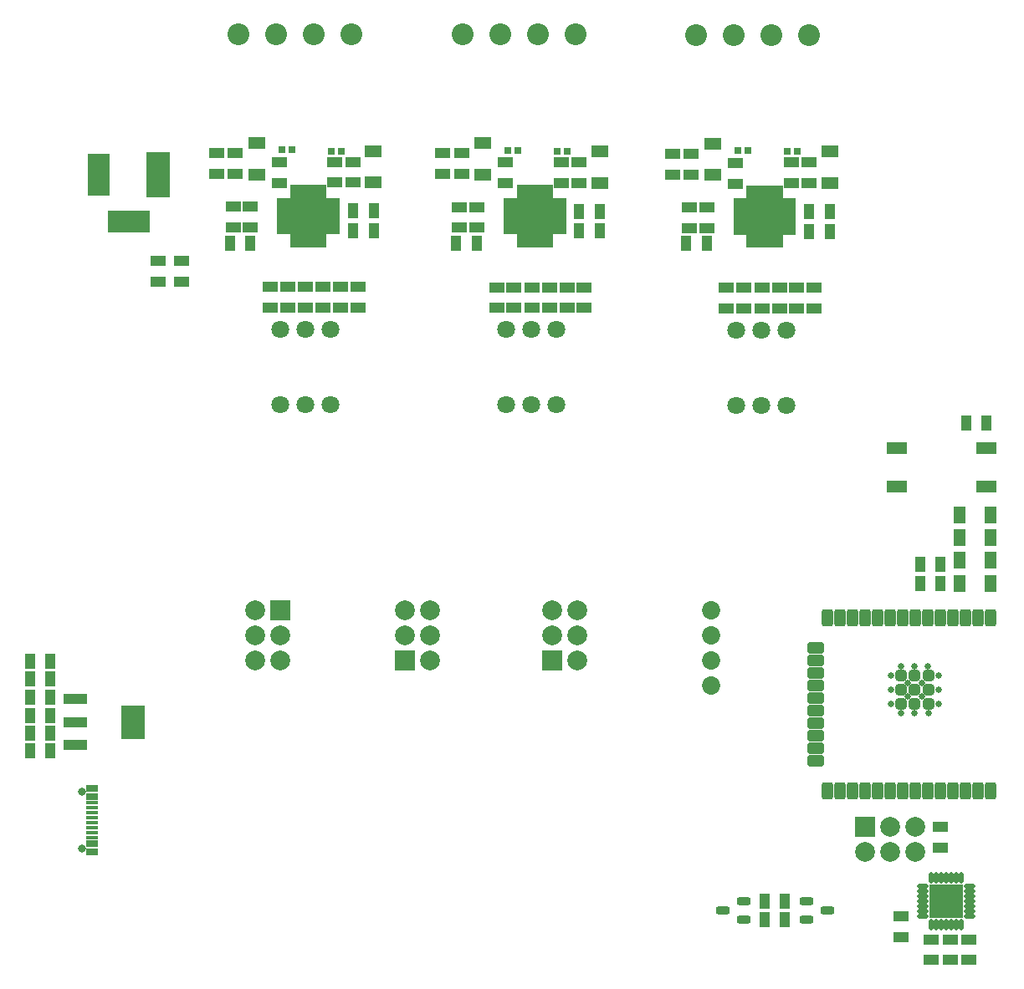
<source format=gts>
G04*
G04 #@! TF.GenerationSoftware,Altium Limited,Altium Designer,22.11.1 (43)*
G04*
G04 Layer_Color=8388736*
%FSLAX25Y25*%
%MOIN*%
G70*
G04*
G04 #@! TF.SameCoordinates,EC01C676-AF26-4C78-A894-FF1C61784DD5*
G04*
G04*
G04 #@! TF.FilePolarity,Negative*
G04*
G01*
G75*
%ADD33R,0.04882X0.02756*%
%ADD34R,0.04882X0.01575*%
G04:AMPARAMS|DCode=35|XSize=56.42mil|YSize=31.23mil|CornerRadius=9.81mil|HoleSize=0mil|Usage=FLASHONLY|Rotation=0.000|XOffset=0mil|YOffset=0mil|HoleType=Round|Shape=RoundedRectangle|*
%AMROUNDEDRECTD35*
21,1,0.05642,0.01161,0,0,0.0*
21,1,0.03681,0.03123,0,0,0.0*
1,1,0.01961,0.01841,-0.00581*
1,1,0.01961,-0.01841,-0.00581*
1,1,0.01961,-0.01841,0.00581*
1,1,0.01961,0.01841,0.00581*
%
%ADD35ROUNDEDRECTD35*%
%ADD36R,0.09265X0.13398*%
%ADD37R,0.09265X0.04343*%
%ADD38R,0.08280X0.04737*%
G04:AMPARAMS|DCode=39|XSize=43.43mil|YSize=43.43mil|CornerRadius=8.43mil|HoleSize=0mil|Usage=FLASHONLY|Rotation=270.000|XOffset=0mil|YOffset=0mil|HoleType=Round|Shape=RoundedRectangle|*
%AMROUNDEDRECTD39*
21,1,0.04343,0.02657,0,0,270.0*
21,1,0.02657,0.04343,0,0,270.0*
1,1,0.01686,-0.01329,-0.01329*
1,1,0.01686,-0.01329,0.01329*
1,1,0.01686,0.01329,0.01329*
1,1,0.01686,0.01329,-0.01329*
%
%ADD39ROUNDEDRECTD39*%
G04:AMPARAMS|DCode=40|XSize=67.06mil|YSize=43.43mil|CornerRadius=8.43mil|HoleSize=0mil|Usage=FLASHONLY|Rotation=270.000|XOffset=0mil|YOffset=0mil|HoleType=Round|Shape=RoundedRectangle|*
%AMROUNDEDRECTD40*
21,1,0.06706,0.02657,0,0,270.0*
21,1,0.05020,0.04343,0,0,270.0*
1,1,0.01686,-0.01329,-0.02510*
1,1,0.01686,-0.01329,0.02510*
1,1,0.01686,0.01329,0.02510*
1,1,0.01686,0.01329,-0.02510*
%
%ADD40ROUNDEDRECTD40*%
G04:AMPARAMS|DCode=41|XSize=43.43mil|YSize=67.06mil|CornerRadius=8.43mil|HoleSize=0mil|Usage=FLASHONLY|Rotation=270.000|XOffset=0mil|YOffset=0mil|HoleType=Round|Shape=RoundedRectangle|*
%AMROUNDEDRECTD41*
21,1,0.04343,0.05020,0,0,270.0*
21,1,0.02657,0.06706,0,0,270.0*
1,1,0.01686,-0.02510,-0.01329*
1,1,0.01686,-0.02510,0.01329*
1,1,0.01686,0.02510,0.01329*
1,1,0.01686,0.02510,-0.01329*
%
%ADD41ROUNDEDRECTD41*%
%ADD42R,0.13202X0.13202*%
G04:AMPARAMS|DCode=43|XSize=18.24mil|YSize=46.19mil|CornerRadius=6.56mil|HoleSize=0mil|Usage=FLASHONLY|Rotation=0.000|XOffset=0mil|YOffset=0mil|HoleType=Round|Shape=RoundedRectangle|*
%AMROUNDEDRECTD43*
21,1,0.01824,0.03307,0,0,0.0*
21,1,0.00512,0.04619,0,0,0.0*
1,1,0.01312,0.00256,-0.01654*
1,1,0.01312,-0.00256,-0.01654*
1,1,0.01312,-0.00256,0.01654*
1,1,0.01312,0.00256,0.01654*
%
%ADD43ROUNDEDRECTD43*%
G04:AMPARAMS|DCode=44|XSize=18.24mil|YSize=46.19mil|CornerRadius=6.56mil|HoleSize=0mil|Usage=FLASHONLY|Rotation=270.000|XOffset=0mil|YOffset=0mil|HoleType=Round|Shape=RoundedRectangle|*
%AMROUNDEDRECTD44*
21,1,0.01824,0.03307,0,0,270.0*
21,1,0.00512,0.04619,0,0,270.0*
1,1,0.01312,-0.01654,-0.00256*
1,1,0.01312,-0.01654,0.00256*
1,1,0.01312,0.01654,0.00256*
1,1,0.01312,0.01654,-0.00256*
%
%ADD44ROUNDEDRECTD44*%
%ADD45R,0.13976X0.13976*%
%ADD46R,0.02756X0.06102*%
%ADD47R,0.06102X0.02756*%
%ADD48R,0.04737X0.07099*%
%ADD49R,0.04343X0.05918*%
%ADD50R,0.02769X0.03162*%
%ADD51R,0.05918X0.04343*%
%ADD52R,0.07099X0.04737*%
%ADD53C,0.08674*%
%ADD54C,0.03162*%
%ADD55C,0.07296*%
%ADD56C,0.07887*%
%ADD57R,0.07887X0.07887*%
%ADD58R,0.08674X0.16548*%
%ADD59R,0.09461X0.18123*%
%ADD60R,0.16548X0.08674*%
%ADD61C,0.07099*%
%ADD62R,0.07887X0.07887*%
%ADD63C,0.02572*%
D33*
X30250Y77798D02*
D03*
Y74649D02*
D03*
Y55751D02*
D03*
Y52602D02*
D03*
D34*
Y66184D02*
D03*
Y68153D02*
D03*
Y70121D02*
D03*
Y72090D02*
D03*
Y64216D02*
D03*
Y62247D02*
D03*
Y60279D02*
D03*
Y58310D02*
D03*
D35*
X323282Y29254D02*
D03*
X314935Y25514D02*
D03*
Y32994D02*
D03*
X289882Y25514D02*
D03*
Y32994D02*
D03*
X281535Y29254D02*
D03*
D36*
X46484Y104300D02*
D03*
D37*
X23453Y95245D02*
D03*
Y104300D02*
D03*
Y113355D02*
D03*
D38*
X350795Y213554D02*
D03*
X386621D02*
D03*
X350795Y198200D02*
D03*
X386621D02*
D03*
D39*
X357888Y117188D02*
D03*
X352376Y111676D02*
D03*
Y117188D02*
D03*
Y122700D02*
D03*
X357888Y111676D02*
D03*
Y122700D02*
D03*
X363400Y111676D02*
D03*
Y117188D02*
D03*
Y122700D02*
D03*
D40*
X388282Y145731D02*
D03*
X383282D02*
D03*
X378282D02*
D03*
X373282D02*
D03*
X368282D02*
D03*
X363282D02*
D03*
X358282D02*
D03*
X353282D02*
D03*
X348282D02*
D03*
X343282D02*
D03*
X338282D02*
D03*
X333282D02*
D03*
X328282D02*
D03*
X323282D02*
D03*
Y76834D02*
D03*
X328282D02*
D03*
X333282D02*
D03*
X338282D02*
D03*
X343282D02*
D03*
X348282D02*
D03*
X353282D02*
D03*
X358282D02*
D03*
X363282D02*
D03*
X368282D02*
D03*
X373282D02*
D03*
X378282D02*
D03*
X383282D02*
D03*
X388282D02*
D03*
D41*
X318361Y128783D02*
D03*
Y123783D02*
D03*
Y118783D02*
D03*
Y113783D02*
D03*
Y108783D02*
D03*
Y103783D02*
D03*
Y98783D02*
D03*
Y93783D02*
D03*
Y88783D02*
D03*
Y133783D02*
D03*
D42*
X370450Y32793D02*
D03*
D43*
X364545Y42124D02*
D03*
X366513D02*
D03*
X368482D02*
D03*
X370450D02*
D03*
X372419D02*
D03*
X374387D02*
D03*
X376356D02*
D03*
Y23463D02*
D03*
X374387D02*
D03*
X372419D02*
D03*
X370450D02*
D03*
X368482D02*
D03*
X366513D02*
D03*
X364545D02*
D03*
D44*
X379781Y38699D02*
D03*
Y36730D02*
D03*
Y34762D02*
D03*
Y32793D02*
D03*
Y30825D02*
D03*
Y28856D02*
D03*
Y26888D02*
D03*
X361120D02*
D03*
Y28856D02*
D03*
Y30825D02*
D03*
Y32793D02*
D03*
Y34762D02*
D03*
Y36730D02*
D03*
Y38699D02*
D03*
D45*
X206551Y306047D02*
D03*
X116400Y306094D02*
D03*
X298151Y305847D02*
D03*
D46*
X212457Y315496D02*
D03*
X210488D02*
D03*
X208520D02*
D03*
X206551D02*
D03*
X204583D02*
D03*
X202614D02*
D03*
X200646D02*
D03*
X212457Y296598D02*
D03*
X210488D02*
D03*
X208520D02*
D03*
X206551D02*
D03*
X204583D02*
D03*
X202614D02*
D03*
X200646D02*
D03*
X110494Y296645D02*
D03*
X112463D02*
D03*
X114432D02*
D03*
X116400D02*
D03*
X118368D02*
D03*
X120337D02*
D03*
X122306D02*
D03*
X110494Y315543D02*
D03*
X112463D02*
D03*
X114432D02*
D03*
X116400D02*
D03*
X118368D02*
D03*
X120337D02*
D03*
X122306D02*
D03*
X304057Y315296D02*
D03*
X302088D02*
D03*
X300120D02*
D03*
X298151D02*
D03*
X296183D02*
D03*
X294214D02*
D03*
X292246D02*
D03*
X304057Y296398D02*
D03*
X302088D02*
D03*
X300120D02*
D03*
X298151D02*
D03*
X296183D02*
D03*
X294214D02*
D03*
X292246D02*
D03*
D47*
X216000Y311952D02*
D03*
Y309984D02*
D03*
Y308015D02*
D03*
Y306047D02*
D03*
Y304078D02*
D03*
Y302110D02*
D03*
Y300141D02*
D03*
X197102Y311952D02*
D03*
Y309984D02*
D03*
Y308015D02*
D03*
Y306047D02*
D03*
Y304078D02*
D03*
Y302110D02*
D03*
Y300141D02*
D03*
X106951Y300188D02*
D03*
Y302157D02*
D03*
Y304125D02*
D03*
Y306094D02*
D03*
Y308062D02*
D03*
Y310031D02*
D03*
Y311999D02*
D03*
X125849Y300188D02*
D03*
Y302157D02*
D03*
Y304125D02*
D03*
Y306094D02*
D03*
Y308062D02*
D03*
Y310031D02*
D03*
Y311999D02*
D03*
X307600Y311752D02*
D03*
Y309784D02*
D03*
Y307815D02*
D03*
Y305847D02*
D03*
Y303878D02*
D03*
Y301910D02*
D03*
Y299941D02*
D03*
X288702Y311752D02*
D03*
Y309784D02*
D03*
Y307815D02*
D03*
Y305847D02*
D03*
Y303878D02*
D03*
Y301910D02*
D03*
Y299941D02*
D03*
D48*
X375702Y159600D02*
D03*
X388300D02*
D03*
X375702Y187000D02*
D03*
X388300D02*
D03*
X375702Y178000D02*
D03*
X388300D02*
D03*
X375702Y168800D02*
D03*
X388300D02*
D03*
D49*
X13635Y128400D02*
D03*
X5367D02*
D03*
X84995Y295276D02*
D03*
X93263D02*
D03*
X142331Y300176D02*
D03*
X134063D02*
D03*
Y308062D02*
D03*
X142331D02*
D03*
X275014Y295030D02*
D03*
X266746D02*
D03*
X315814Y299930D02*
D03*
X324082D02*
D03*
Y307815D02*
D03*
X315814D02*
D03*
X183414Y295230D02*
D03*
X175146D02*
D03*
X224214Y300130D02*
D03*
X232482D02*
D03*
Y308015D02*
D03*
X224214D02*
D03*
X368282Y167182D02*
D03*
X360014D02*
D03*
X386621Y223477D02*
D03*
X378354D02*
D03*
X368282Y159600D02*
D03*
X360014D02*
D03*
X298014Y25514D02*
D03*
X306282D02*
D03*
Y32994D02*
D03*
X298014D02*
D03*
X13635Y99861D02*
D03*
X5367D02*
D03*
X13635Y92727D02*
D03*
X5367D02*
D03*
X13635Y114200D02*
D03*
X5367D02*
D03*
X13635Y106900D02*
D03*
X5367D02*
D03*
X13635Y121500D02*
D03*
X5367D02*
D03*
D50*
X219488Y331945D02*
D03*
X215551D02*
D03*
X109700Y332394D02*
D03*
X105763D02*
D03*
X125400Y331992D02*
D03*
X129337D02*
D03*
X287514Y332147D02*
D03*
X291451D02*
D03*
X311088Y331745D02*
D03*
X307151D02*
D03*
X195914Y332347D02*
D03*
X199851D02*
D03*
D51*
X93263Y301443D02*
D03*
Y309710D02*
D03*
X101195Y269443D02*
D03*
Y277710D02*
D03*
X134063Y327661D02*
D03*
Y319394D02*
D03*
X79716Y331116D02*
D03*
Y322848D02*
D03*
X87216D02*
D03*
Y331116D02*
D03*
X126900Y319394D02*
D03*
Y327661D02*
D03*
X104800Y319176D02*
D03*
Y327444D02*
D03*
X129200Y269443D02*
D03*
Y277710D02*
D03*
X136100Y269443D02*
D03*
Y277710D02*
D03*
X86400Y309710D02*
D03*
Y301443D02*
D03*
X108126Y269443D02*
D03*
Y277710D02*
D03*
X115226Y269443D02*
D03*
Y277710D02*
D03*
X122263Y269443D02*
D03*
Y277710D02*
D03*
X275014Y309463D02*
D03*
Y301196D02*
D03*
X282946Y277463D02*
D03*
Y269196D02*
D03*
X315814Y319147D02*
D03*
Y327415D02*
D03*
X261467Y322601D02*
D03*
Y330869D02*
D03*
X268967D02*
D03*
Y322601D02*
D03*
X308651Y327415D02*
D03*
Y319147D02*
D03*
X286551Y327197D02*
D03*
Y318930D02*
D03*
X310951Y277463D02*
D03*
Y269196D02*
D03*
X317851Y277463D02*
D03*
Y269196D02*
D03*
X268151Y301196D02*
D03*
Y309463D02*
D03*
X289877Y277463D02*
D03*
Y269196D02*
D03*
X296977Y277463D02*
D03*
Y269196D02*
D03*
X304014Y277463D02*
D03*
Y269196D02*
D03*
X183414Y309663D02*
D03*
Y301396D02*
D03*
X191346Y277663D02*
D03*
Y269396D02*
D03*
X224214Y319347D02*
D03*
Y327615D02*
D03*
X169867Y322801D02*
D03*
Y331069D02*
D03*
X177367D02*
D03*
Y322801D02*
D03*
X217051Y327615D02*
D03*
Y319347D02*
D03*
X194951Y327397D02*
D03*
Y319130D02*
D03*
X219351Y277663D02*
D03*
Y269396D02*
D03*
X226251Y277663D02*
D03*
Y269396D02*
D03*
X176551Y301396D02*
D03*
Y309663D02*
D03*
X198277Y277663D02*
D03*
Y269396D02*
D03*
X205377Y277663D02*
D03*
Y269396D02*
D03*
X212414Y277663D02*
D03*
Y269396D02*
D03*
X56622Y279859D02*
D03*
Y288127D02*
D03*
X65722Y279960D02*
D03*
Y288227D02*
D03*
X352576Y26888D02*
D03*
Y18620D02*
D03*
X372143Y17685D02*
D03*
Y9417D02*
D03*
X364545D02*
D03*
Y17685D02*
D03*
X379505Y9417D02*
D03*
Y17685D02*
D03*
X368282Y54232D02*
D03*
Y62500D02*
D03*
D52*
X95761Y335243D02*
D03*
Y322645D02*
D03*
X142263Y331992D02*
D03*
Y319394D02*
D03*
X277512Y322398D02*
D03*
Y334997D02*
D03*
X324014Y319147D02*
D03*
Y331745D02*
D03*
X185912Y322598D02*
D03*
Y335196D02*
D03*
X232414Y319347D02*
D03*
Y331945D02*
D03*
D53*
X133613Y378447D02*
D03*
X118613D02*
D03*
X103613D02*
D03*
X88613D02*
D03*
X315809Y378200D02*
D03*
X300809D02*
D03*
X285809D02*
D03*
X270809D02*
D03*
X222800Y378400D02*
D03*
X207800D02*
D03*
X192800D02*
D03*
X177800D02*
D03*
D54*
X26038Y76578D02*
D03*
Y53822D02*
D03*
D55*
X276700Y118800D02*
D03*
Y128800D02*
D03*
Y138800D02*
D03*
Y148800D02*
D03*
D56*
X164800Y148783D02*
D03*
Y138783D02*
D03*
Y128783D02*
D03*
X154800Y148783D02*
D03*
Y138783D02*
D03*
X95100Y128783D02*
D03*
Y138783D02*
D03*
Y148783D02*
D03*
X105100Y128783D02*
D03*
Y138783D02*
D03*
X348282Y62500D02*
D03*
X358282D02*
D03*
X338282Y52500D02*
D03*
X348282D02*
D03*
X358282D02*
D03*
X223322Y148783D02*
D03*
Y138783D02*
D03*
Y128783D02*
D03*
X213322Y148783D02*
D03*
Y138783D02*
D03*
D57*
X154800Y128783D02*
D03*
X105100Y148783D02*
D03*
X213322Y128783D02*
D03*
D58*
X32900Y322400D02*
D03*
D59*
X56522D02*
D03*
D60*
X44711Y303896D02*
D03*
D61*
X195251Y260847D02*
D03*
X205251D02*
D03*
X215251D02*
D03*
X195251Y230847D02*
D03*
X205251D02*
D03*
X215251D02*
D03*
X125100Y230894D02*
D03*
X115100D02*
D03*
X105100D02*
D03*
X125100Y260894D02*
D03*
X115100D02*
D03*
X105100D02*
D03*
X286851Y260647D02*
D03*
X296851D02*
D03*
X306851D02*
D03*
X286851Y230647D02*
D03*
X296851D02*
D03*
X306851D02*
D03*
D62*
X338282Y62500D02*
D03*
D63*
X357888Y126637D02*
D03*
X352376D02*
D03*
X348439Y122700D02*
D03*
Y117188D02*
D03*
Y111676D02*
D03*
X352376Y107739D02*
D03*
X357888D02*
D03*
X363400D02*
D03*
X367337Y111676D02*
D03*
Y117188D02*
D03*
Y122700D02*
D03*
X363282Y126637D02*
D03*
X355132Y119944D02*
D03*
Y114432D02*
D03*
X360644D02*
D03*
X360644Y119944D02*
D03*
M02*

</source>
